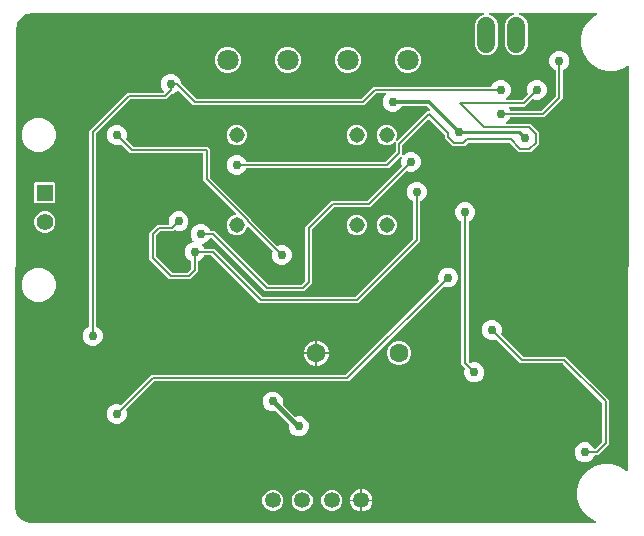
<source format=gbr>
G04 EAGLE Gerber RS-274X export*
G75*
%MOMM*%
%FSLAX34Y34*%
%LPD*%
%INBottom Copper*%
%IPPOS*%
%AMOC8*
5,1,8,0,0,1.08239X$1,22.5*%
G01*
G04 Define Apertures*
%ADD10C,1.800000*%
%ADD11C,1.600000*%
%ADD12C,1.348000*%
%ADD13C,1.308000*%
%ADD14C,1.524000*%
%ADD15R,1.408000X1.408000*%
%ADD16C,1.408000*%
%ADD17C,0.756400*%
%ADD18C,0.152400*%
%ADD19C,0.304800*%
%ADD20C,0.254000*%
%ADD21C,0.406400*%
%ADD22C,0.203200*%
G36*
X527526Y141289D02*
X527229Y141229D01*
X47952Y141478D01*
X47752Y141504D01*
X43290Y142719D01*
X43024Y142851D01*
X39283Y145746D01*
X39088Y145970D01*
X36739Y150076D01*
X36645Y150357D01*
X36073Y154834D01*
X36067Y154931D01*
X36068Y155547D01*
X36070Y155599D01*
X36192Y157366D01*
X36109Y157616D01*
X36069Y157858D01*
X36321Y556473D01*
X36322Y556480D01*
X36322Y558800D01*
X36337Y558949D01*
X37381Y564198D01*
X37494Y564472D01*
X40468Y568922D01*
X40678Y569132D01*
X45128Y572106D01*
X45402Y572219D01*
X50651Y573263D01*
X50800Y573278D01*
X432163Y573278D01*
X432421Y573233D01*
X432680Y573076D01*
X432858Y572830D01*
X432925Y572534D01*
X432872Y572236D01*
X432706Y571982D01*
X432455Y571812D01*
X429381Y570539D01*
X426665Y567823D01*
X425196Y564276D01*
X425196Y545196D01*
X426665Y541649D01*
X429381Y538933D01*
X432928Y537464D01*
X436768Y537464D01*
X440315Y538933D01*
X443031Y541649D01*
X444500Y545196D01*
X444500Y564276D01*
X443031Y567823D01*
X440315Y570539D01*
X437241Y571812D01*
X437020Y571952D01*
X436841Y572197D01*
X436771Y572492D01*
X436822Y572791D01*
X436985Y573046D01*
X437235Y573218D01*
X437533Y573278D01*
X457563Y573278D01*
X457821Y573233D01*
X458080Y573076D01*
X458258Y572830D01*
X458325Y572534D01*
X458272Y572236D01*
X458106Y571982D01*
X457855Y571812D01*
X454781Y570539D01*
X452065Y567823D01*
X450596Y564276D01*
X450596Y545196D01*
X452065Y541649D01*
X454781Y538933D01*
X458328Y537464D01*
X462168Y537464D01*
X465715Y538933D01*
X468431Y541649D01*
X469900Y545196D01*
X469900Y564276D01*
X468431Y567823D01*
X465715Y570539D01*
X462641Y571812D01*
X462420Y571952D01*
X462241Y572197D01*
X462171Y572492D01*
X462222Y572791D01*
X462385Y573046D01*
X462635Y573218D01*
X462933Y573278D01*
X528195Y573278D01*
X528357Y573261D01*
X528634Y573139D01*
X528842Y572918D01*
X528948Y572634D01*
X528934Y572331D01*
X528803Y572057D01*
X528576Y571856D01*
X524913Y569741D01*
X520229Y565057D01*
X516916Y559320D01*
X515202Y552921D01*
X515202Y546296D01*
X516916Y539897D01*
X520229Y534160D01*
X524913Y529475D01*
X530650Y526163D01*
X537049Y524448D01*
X543674Y524448D01*
X550073Y526163D01*
X554297Y528601D01*
X554655Y528703D01*
X554954Y528652D01*
X555209Y528488D01*
X555380Y528237D01*
X555440Y527940D01*
X554792Y185795D01*
X554746Y185533D01*
X554586Y185275D01*
X554339Y185099D01*
X554043Y185034D01*
X553744Y185090D01*
X553492Y185257D01*
X552391Y186358D01*
X546653Y189671D01*
X540254Y191385D01*
X533630Y191385D01*
X527231Y189671D01*
X521493Y186358D01*
X516809Y181674D01*
X513497Y175937D01*
X511782Y169538D01*
X511782Y162913D01*
X513497Y156514D01*
X516809Y150777D01*
X521493Y146092D01*
X527231Y142780D01*
X527426Y142727D01*
X527742Y142555D01*
X527921Y142310D01*
X527991Y142015D01*
X527940Y141716D01*
X527776Y141461D01*
X527526Y141289D01*
G37*
%LPC*%
G36*
X315306Y522368D02*
X319694Y522368D01*
X323749Y524048D01*
X326852Y527151D01*
X328532Y531206D01*
X328532Y535594D01*
X326852Y539649D01*
X323749Y542752D01*
X319694Y544432D01*
X315306Y544432D01*
X311251Y542752D01*
X308148Y539649D01*
X306468Y535594D01*
X306468Y531206D01*
X308148Y527151D01*
X311251Y524048D01*
X315306Y522368D01*
G37*
G36*
X213706Y522368D02*
X218094Y522368D01*
X222149Y524048D01*
X225252Y527151D01*
X226932Y531206D01*
X226932Y535594D01*
X225252Y539649D01*
X222149Y542752D01*
X218094Y544432D01*
X213706Y544432D01*
X209651Y542752D01*
X206548Y539649D01*
X204868Y535594D01*
X204868Y531206D01*
X206548Y527151D01*
X209651Y524048D01*
X213706Y522368D01*
G37*
G36*
X264506Y522368D02*
X268894Y522368D01*
X272949Y524048D01*
X276052Y527151D01*
X277732Y531206D01*
X277732Y535594D01*
X276052Y539649D01*
X272949Y542752D01*
X268894Y544432D01*
X264506Y544432D01*
X260451Y542752D01*
X257348Y539649D01*
X255668Y535594D01*
X255668Y531206D01*
X257348Y527151D01*
X260451Y524048D01*
X264506Y522368D01*
G37*
G36*
X366106Y522368D02*
X370494Y522368D01*
X374549Y524048D01*
X377652Y527151D01*
X379332Y531206D01*
X379332Y535594D01*
X377652Y539649D01*
X374549Y542752D01*
X370494Y544432D01*
X366106Y544432D01*
X362051Y542752D01*
X358948Y539649D01*
X357268Y535594D01*
X357268Y531206D01*
X358948Y527151D01*
X362051Y524048D01*
X366106Y522368D01*
G37*
G36*
X99938Y291366D02*
X103262Y291366D01*
X106332Y292638D01*
X108682Y294988D01*
X109954Y298058D01*
X109954Y301382D01*
X108682Y304452D01*
X106332Y306802D01*
X104864Y307410D01*
X104626Y307567D01*
X104454Y307817D01*
X104394Y308114D01*
X104394Y470967D01*
X104450Y471253D01*
X104617Y471506D01*
X133014Y499903D01*
X133256Y500066D01*
X133553Y500126D01*
X163717Y500126D01*
X168094Y504503D01*
X168336Y504666D01*
X168633Y504726D01*
X169302Y504726D01*
X172372Y505998D01*
X173573Y507198D01*
X173803Y507356D01*
X174099Y507421D01*
X174398Y507366D01*
X174650Y507198D01*
X186803Y495046D01*
X331357Y495046D01*
X341294Y504983D01*
X341536Y505146D01*
X341833Y505206D01*
X349312Y505206D01*
X349575Y505159D01*
X349833Y505000D01*
X350009Y504752D01*
X350074Y504456D01*
X350018Y504158D01*
X349851Y503905D01*
X348518Y502572D01*
X347246Y499502D01*
X347246Y496178D01*
X348518Y493108D01*
X350868Y490758D01*
X353938Y489486D01*
X357262Y489486D01*
X360332Y490758D01*
X362682Y493108D01*
X362975Y493814D01*
X363131Y494052D01*
X363381Y494224D01*
X363679Y494284D01*
X384291Y494284D01*
X384577Y494228D01*
X384830Y494061D01*
X387020Y491871D01*
X387173Y491651D01*
X387243Y491356D01*
X387192Y491057D01*
X387029Y490802D01*
X386779Y490630D01*
X386481Y490570D01*
X384883Y490570D01*
X359386Y465073D01*
X359172Y464922D01*
X358877Y464850D01*
X358578Y464899D01*
X358321Y465060D01*
X358148Y465309D01*
X358085Y465606D01*
X358143Y465903D01*
X359092Y468195D01*
X359092Y471605D01*
X357787Y474756D01*
X355376Y477167D01*
X352225Y478472D01*
X348815Y478472D01*
X345664Y477167D01*
X343253Y474756D01*
X341948Y471605D01*
X341948Y468195D01*
X343253Y465044D01*
X345664Y462633D01*
X348815Y461328D01*
X352225Y461328D01*
X355376Y462633D01*
X356775Y464033D01*
X356995Y464186D01*
X357290Y464255D01*
X357589Y464205D01*
X357844Y464041D01*
X358016Y463791D01*
X358076Y463494D01*
X358076Y455823D01*
X358020Y455537D01*
X357853Y455284D01*
X350086Y447517D01*
X349845Y447354D01*
X349547Y447294D01*
X231914Y447294D01*
X231634Y447347D01*
X231380Y447513D01*
X231210Y447764D01*
X230602Y449232D01*
X228252Y451582D01*
X225182Y452854D01*
X221858Y452854D01*
X218788Y451582D01*
X216438Y449232D01*
X215166Y446162D01*
X215166Y442838D01*
X216438Y439768D01*
X218788Y437418D01*
X221858Y436146D01*
X225182Y436146D01*
X228252Y437418D01*
X230602Y439768D01*
X231210Y441236D01*
X231367Y441474D01*
X231617Y441646D01*
X231914Y441706D01*
X352178Y441706D01*
X362120Y451648D01*
X362334Y451798D01*
X362628Y451871D01*
X362927Y451822D01*
X363184Y451661D01*
X363358Y451412D01*
X363420Y451115D01*
X363362Y450818D01*
X362486Y448702D01*
X362486Y445378D01*
X363094Y443911D01*
X363152Y443631D01*
X363096Y443333D01*
X362929Y443080D01*
X334346Y414497D01*
X334104Y414334D01*
X333807Y414274D01*
X303643Y414274D01*
X281686Y392317D01*
X281686Y346913D01*
X281630Y346627D01*
X281463Y346374D01*
X278466Y343377D01*
X278224Y343214D01*
X277927Y343154D01*
X250393Y343154D01*
X250107Y343210D01*
X249854Y343377D01*
X204357Y388874D01*
X201434Y388874D01*
X201154Y388927D01*
X200900Y389093D01*
X200730Y389344D01*
X200122Y390812D01*
X197772Y393162D01*
X194702Y394434D01*
X191378Y394434D01*
X188308Y393162D01*
X185958Y390812D01*
X184686Y387742D01*
X184686Y384418D01*
X185958Y381348D01*
X186811Y380495D01*
X186964Y380275D01*
X187034Y379980D01*
X186983Y379681D01*
X186819Y379426D01*
X186569Y379254D01*
X186324Y379204D01*
X183228Y377922D01*
X180878Y375572D01*
X179606Y372502D01*
X179606Y369178D01*
X180878Y366108D01*
X183228Y363758D01*
X184696Y363150D01*
X184934Y362993D01*
X185106Y362743D01*
X185166Y362446D01*
X185166Y357073D01*
X185110Y356787D01*
X184943Y356534D01*
X181946Y353537D01*
X181704Y353374D01*
X181407Y353314D01*
X169113Y353314D01*
X168827Y353370D01*
X168574Y353537D01*
X155417Y366694D01*
X155254Y366936D01*
X155194Y367233D01*
X155194Y384607D01*
X155250Y384893D01*
X155417Y385146D01*
X158414Y388143D01*
X158656Y388306D01*
X158953Y388366D01*
X169559Y388366D01*
X170284Y389091D01*
X170520Y389251D01*
X170817Y389314D01*
X171115Y389256D01*
X172582Y388648D01*
X175906Y388648D01*
X178976Y389920D01*
X181326Y392270D01*
X182598Y395340D01*
X182598Y398664D01*
X181326Y401734D01*
X178976Y404084D01*
X175906Y405356D01*
X172582Y405356D01*
X169512Y404084D01*
X167162Y401734D01*
X165890Y398664D01*
X165890Y395340D01*
X166028Y395008D01*
X166085Y394740D01*
X166035Y394441D01*
X165871Y394186D01*
X165621Y394014D01*
X165324Y393954D01*
X156323Y393954D01*
X149606Y387237D01*
X149606Y364603D01*
X166483Y347726D01*
X184037Y347726D01*
X190754Y354443D01*
X190754Y362446D01*
X190807Y362726D01*
X190973Y362980D01*
X191224Y363150D01*
X192692Y363758D01*
X195042Y366108D01*
X195650Y367576D01*
X195807Y367814D01*
X196057Y367986D01*
X196354Y368046D01*
X201727Y368046D01*
X202013Y367990D01*
X202266Y367823D01*
X242683Y327406D01*
X326277Y327406D01*
X378714Y379843D01*
X378714Y413246D01*
X378767Y413526D01*
X378933Y413780D01*
X379184Y413950D01*
X380652Y414558D01*
X383002Y416908D01*
X384274Y419978D01*
X384274Y423302D01*
X383002Y426372D01*
X380652Y428722D01*
X377582Y429994D01*
X374258Y429994D01*
X371188Y428722D01*
X368838Y426372D01*
X367566Y423302D01*
X367566Y419978D01*
X368838Y416908D01*
X371188Y414558D01*
X372656Y413950D01*
X372894Y413793D01*
X373066Y413543D01*
X373126Y413246D01*
X373126Y382473D01*
X373070Y382187D01*
X372903Y381934D01*
X324186Y333217D01*
X323944Y333054D01*
X323647Y332994D01*
X245313Y332994D01*
X245027Y333050D01*
X244774Y333217D01*
X204357Y373634D01*
X196354Y373634D01*
X196074Y373687D01*
X195820Y373853D01*
X195650Y374104D01*
X195042Y375572D01*
X194189Y376425D01*
X194036Y376645D01*
X193966Y376940D01*
X194017Y377239D01*
X194181Y377494D01*
X194431Y377666D01*
X194676Y377716D01*
X197772Y378998D01*
X200122Y381348D01*
X200730Y382816D01*
X200887Y383054D01*
X201137Y383226D01*
X201434Y383286D01*
X201727Y383286D01*
X202013Y383230D01*
X202266Y383063D01*
X247763Y337566D01*
X280557Y337566D01*
X287274Y344283D01*
X287274Y389687D01*
X287330Y389973D01*
X287497Y390226D01*
X305734Y408463D01*
X305976Y408626D01*
X306273Y408686D01*
X336437Y408686D01*
X366880Y439129D01*
X367116Y439289D01*
X367413Y439352D01*
X367711Y439294D01*
X369178Y438686D01*
X372502Y438686D01*
X375572Y439958D01*
X377922Y442308D01*
X379194Y445378D01*
X379194Y448702D01*
X377922Y451772D01*
X375572Y454122D01*
X372502Y455394D01*
X369178Y455394D01*
X366108Y454122D01*
X364965Y452979D01*
X364745Y452826D01*
X364450Y452756D01*
X364151Y452807D01*
X363896Y452971D01*
X363724Y453221D01*
X363664Y453518D01*
X363664Y461133D01*
X363720Y461419D01*
X363887Y461672D01*
X385501Y483286D01*
X385732Y483444D01*
X386028Y483509D01*
X386326Y483453D01*
X386579Y483286D01*
X399347Y470518D01*
X399510Y470276D01*
X399570Y469979D01*
X399570Y467507D01*
X406547Y460530D01*
X416413Y460530D01*
X419182Y463299D01*
X419424Y463462D01*
X419721Y463522D01*
X454039Y463522D01*
X454325Y463466D01*
X454578Y463299D01*
X462427Y455450D01*
X472293Y455450D01*
X479270Y462427D01*
X479270Y472293D01*
X472265Y479298D01*
X452312Y479298D01*
X452049Y479345D01*
X451791Y479504D01*
X451615Y479752D01*
X451550Y480048D01*
X451606Y480346D01*
X451773Y480599D01*
X454122Y482948D01*
X454730Y484416D01*
X454887Y484654D01*
X455137Y484826D01*
X455434Y484886D01*
X483757Y484886D01*
X499364Y500493D01*
X499364Y524244D01*
X499417Y524524D01*
X499583Y524778D01*
X499834Y524948D01*
X501302Y525556D01*
X503652Y527906D01*
X504924Y530976D01*
X504924Y534300D01*
X503652Y537370D01*
X501302Y539720D01*
X498232Y540992D01*
X494908Y540992D01*
X491838Y539720D01*
X489488Y537370D01*
X488216Y534300D01*
X488216Y530976D01*
X489488Y527906D01*
X491838Y525556D01*
X493306Y524948D01*
X493544Y524791D01*
X493716Y524541D01*
X493776Y524244D01*
X493776Y503123D01*
X493720Y502837D01*
X493553Y502584D01*
X481666Y490697D01*
X481424Y490534D01*
X481127Y490474D01*
X455434Y490474D01*
X455154Y490527D01*
X454900Y490693D01*
X454730Y490944D01*
X454122Y492412D01*
X453833Y492701D01*
X453680Y492921D01*
X453610Y493216D01*
X453661Y493515D01*
X453825Y493770D01*
X454075Y493942D01*
X454372Y494002D01*
X467473Y494002D01*
X473560Y500089D01*
X473796Y500249D01*
X474093Y500312D01*
X474391Y500254D01*
X475858Y499646D01*
X479182Y499646D01*
X482252Y500918D01*
X484602Y503268D01*
X485874Y506338D01*
X485874Y509662D01*
X484602Y512732D01*
X482252Y515082D01*
X479182Y516354D01*
X475858Y516354D01*
X472788Y515082D01*
X470438Y512732D01*
X469166Y509662D01*
X469166Y506338D01*
X469774Y504871D01*
X469832Y504591D01*
X469776Y504293D01*
X469609Y504040D01*
X465382Y499813D01*
X465140Y499650D01*
X464843Y499590D01*
X452284Y499590D01*
X452021Y499637D01*
X451763Y499796D01*
X451587Y500044D01*
X451522Y500340D01*
X451578Y500638D01*
X451745Y500891D01*
X454122Y503268D01*
X455394Y506338D01*
X455394Y509662D01*
X454122Y512732D01*
X451772Y515082D01*
X448702Y516354D01*
X445378Y516354D01*
X442308Y515082D01*
X439958Y512732D01*
X439350Y511264D01*
X439193Y511026D01*
X438943Y510854D01*
X438646Y510794D01*
X339203Y510794D01*
X329266Y500857D01*
X329024Y500694D01*
X328727Y500634D01*
X189433Y500634D01*
X189147Y500690D01*
X188894Y500857D01*
X176217Y513534D01*
X176054Y513776D01*
X175994Y514073D01*
X175994Y514742D01*
X174722Y517812D01*
X172372Y520162D01*
X169302Y521434D01*
X165978Y521434D01*
X162908Y520162D01*
X160558Y517812D01*
X159286Y514742D01*
X159286Y511418D01*
X160558Y508348D01*
X161758Y507147D01*
X161916Y506917D01*
X161981Y506621D01*
X161926Y506323D01*
X161758Y506070D01*
X161626Y505937D01*
X161384Y505774D01*
X161087Y505714D01*
X130923Y505714D01*
X98806Y473597D01*
X98806Y308114D01*
X98753Y307834D01*
X98587Y307580D01*
X98336Y307410D01*
X96868Y306802D01*
X94518Y304452D01*
X93246Y301382D01*
X93246Y298058D01*
X94518Y294988D01*
X96868Y292638D01*
X99938Y291366D01*
G37*
G36*
X53014Y455490D02*
X58746Y455490D01*
X64043Y457684D01*
X68096Y461737D01*
X70290Y467034D01*
X70290Y472766D01*
X68096Y478063D01*
X64043Y482116D01*
X58746Y484310D01*
X53014Y484310D01*
X47717Y482116D01*
X43664Y478063D01*
X41470Y472766D01*
X41470Y467034D01*
X43664Y461737D01*
X47717Y457684D01*
X53014Y455490D01*
G37*
G36*
X221815Y461328D02*
X225225Y461328D01*
X228376Y462633D01*
X230787Y465044D01*
X232092Y468195D01*
X232092Y471605D01*
X230787Y474756D01*
X228376Y477167D01*
X225225Y478472D01*
X221815Y478472D01*
X218664Y477167D01*
X216253Y474756D01*
X214948Y471605D01*
X214948Y468195D01*
X216253Y465044D01*
X218664Y462633D01*
X221815Y461328D01*
G37*
G36*
X323415Y461328D02*
X326825Y461328D01*
X329976Y462633D01*
X332387Y465044D01*
X333692Y468195D01*
X333692Y471605D01*
X332387Y474756D01*
X329976Y477167D01*
X326825Y478472D01*
X323415Y478472D01*
X320264Y477167D01*
X317853Y474756D01*
X316548Y471605D01*
X316548Y468195D01*
X317853Y465044D01*
X320264Y462633D01*
X323415Y461328D01*
G37*
G36*
X259958Y359946D02*
X263282Y359946D01*
X266352Y361218D01*
X268702Y363568D01*
X269974Y366638D01*
X269974Y369962D01*
X268702Y373032D01*
X266352Y375382D01*
X263282Y376654D01*
X259958Y376654D01*
X258491Y376046D01*
X258211Y375988D01*
X257913Y376044D01*
X257660Y376211D01*
X235871Y398000D01*
X235708Y398242D01*
X235648Y398539D01*
X235648Y398724D01*
X201137Y433234D01*
X200974Y433476D01*
X200914Y433773D01*
X200914Y458357D01*
X199277Y459994D01*
X136093Y459994D01*
X135807Y460050D01*
X135554Y460217D01*
X129831Y465940D01*
X129671Y466176D01*
X129608Y466473D01*
X129666Y466771D01*
X130274Y468238D01*
X130274Y471562D01*
X129002Y474632D01*
X126652Y476982D01*
X123582Y478254D01*
X120258Y478254D01*
X117188Y476982D01*
X114838Y474632D01*
X113566Y471562D01*
X113566Y468238D01*
X114838Y465168D01*
X117188Y462818D01*
X120258Y461546D01*
X123582Y461546D01*
X125050Y462154D01*
X125329Y462212D01*
X125627Y462156D01*
X125880Y461989D01*
X133463Y454406D01*
X194564Y454406D01*
X194839Y454355D01*
X195094Y454191D01*
X195266Y453941D01*
X195326Y453644D01*
X195326Y431143D01*
X222896Y403573D01*
X223049Y403353D01*
X223119Y403058D01*
X223068Y402759D01*
X222905Y402504D01*
X222655Y402332D01*
X222357Y402272D01*
X221815Y402272D01*
X218664Y400967D01*
X216253Y398556D01*
X214948Y395405D01*
X214948Y391995D01*
X216253Y388844D01*
X218664Y386433D01*
X221815Y385128D01*
X225225Y385128D01*
X228376Y386433D01*
X230787Y388844D01*
X232092Y391995D01*
X232092Y392037D01*
X232139Y392300D01*
X232298Y392558D01*
X232546Y392734D01*
X232842Y392799D01*
X233140Y392743D01*
X233393Y392576D01*
X253709Y372260D01*
X253869Y372024D01*
X253932Y371727D01*
X253874Y371430D01*
X253266Y369962D01*
X253266Y366638D01*
X254538Y363568D01*
X256888Y361218D01*
X259958Y359946D01*
G37*
G36*
X53078Y412160D02*
X68842Y412160D01*
X70032Y413350D01*
X70032Y429114D01*
X68842Y430304D01*
X53078Y430304D01*
X51888Y429114D01*
X51888Y413350D01*
X53078Y412160D01*
G37*
G36*
X423026Y260632D02*
X426350Y260632D01*
X429420Y261904D01*
X431770Y264254D01*
X433042Y267324D01*
X433042Y270648D01*
X431770Y273718D01*
X429420Y276068D01*
X426350Y277340D01*
X423026Y277340D01*
X421813Y276837D01*
X421533Y276779D01*
X421235Y276835D01*
X420982Y277002D01*
X420028Y277956D01*
X419865Y278198D01*
X419805Y278495D01*
X419805Y396214D01*
X419858Y396494D01*
X420024Y396749D01*
X420275Y396918D01*
X421489Y397421D01*
X423839Y399771D01*
X425111Y402841D01*
X425111Y406165D01*
X423839Y409235D01*
X421489Y411585D01*
X418419Y412857D01*
X415095Y412857D01*
X412025Y411585D01*
X409675Y409235D01*
X408403Y406165D01*
X408403Y402841D01*
X409675Y399771D01*
X412025Y397421D01*
X413239Y396918D01*
X413477Y396761D01*
X413649Y396511D01*
X413709Y396214D01*
X413709Y275654D01*
X416672Y272692D01*
X416832Y272456D01*
X416895Y272159D01*
X416837Y271862D01*
X416334Y270648D01*
X416334Y267324D01*
X417606Y264254D01*
X419956Y261904D01*
X423026Y260632D01*
G37*
G36*
X59155Y387160D02*
X62765Y387160D01*
X66099Y388541D01*
X68651Y391093D01*
X70032Y394427D01*
X70032Y398037D01*
X68651Y401371D01*
X66099Y403923D01*
X62765Y405304D01*
X59155Y405304D01*
X55821Y403923D01*
X53269Y401371D01*
X51888Y398037D01*
X51888Y394427D01*
X53269Y391093D01*
X55821Y388541D01*
X59155Y387160D01*
G37*
G36*
X348815Y385128D02*
X352225Y385128D01*
X355376Y386433D01*
X357787Y388844D01*
X359092Y391995D01*
X359092Y395405D01*
X357787Y398556D01*
X355376Y400967D01*
X352225Y402272D01*
X348815Y402272D01*
X345664Y400967D01*
X343253Y398556D01*
X341948Y395405D01*
X341948Y391995D01*
X343253Y388844D01*
X345664Y386433D01*
X348815Y385128D01*
G37*
G36*
X323415Y385128D02*
X326825Y385128D01*
X329976Y386433D01*
X332387Y388844D01*
X333692Y391995D01*
X333692Y395405D01*
X332387Y398556D01*
X329976Y400967D01*
X326825Y402272D01*
X323415Y402272D01*
X320264Y400967D01*
X317853Y398556D01*
X316548Y395405D01*
X316548Y391995D01*
X317853Y388844D01*
X320264Y386433D01*
X323415Y385128D01*
G37*
G36*
X120258Y225326D02*
X123582Y225326D01*
X126652Y226598D01*
X129002Y228948D01*
X130274Y232018D01*
X130274Y235342D01*
X129666Y236810D01*
X129608Y237089D01*
X129664Y237387D01*
X129831Y237640D01*
X153334Y261143D01*
X153576Y261306D01*
X153873Y261366D01*
X318360Y261366D01*
X398354Y341360D01*
X398591Y341521D01*
X398887Y341584D01*
X399185Y341526D01*
X400653Y340918D01*
X403976Y340918D01*
X407047Y342189D01*
X409397Y344539D01*
X410668Y347610D01*
X410668Y350933D01*
X409397Y354004D01*
X407047Y356354D01*
X403976Y357626D01*
X400653Y357626D01*
X397582Y356354D01*
X395232Y354004D01*
X393960Y350933D01*
X393960Y347610D01*
X394568Y346142D01*
X394626Y345863D01*
X394571Y345565D01*
X394403Y345312D01*
X316269Y267177D01*
X316027Y267014D01*
X315730Y266954D01*
X151243Y266954D01*
X125880Y241591D01*
X125644Y241431D01*
X125347Y241368D01*
X125050Y241426D01*
X123582Y242034D01*
X120258Y242034D01*
X117188Y240762D01*
X114838Y238412D01*
X113566Y235342D01*
X113566Y232018D01*
X114838Y228948D01*
X117188Y226598D01*
X120258Y225326D01*
G37*
G36*
X53014Y328490D02*
X58746Y328490D01*
X64043Y330684D01*
X68096Y334737D01*
X70290Y340034D01*
X70290Y345766D01*
X68096Y351063D01*
X64043Y355116D01*
X58746Y357310D01*
X53014Y357310D01*
X47717Y355116D01*
X43664Y351063D01*
X41470Y345766D01*
X41470Y340034D01*
X43664Y334737D01*
X47717Y330684D01*
X53014Y328490D01*
G37*
G36*
X516498Y193068D02*
X519822Y193068D01*
X522892Y194340D01*
X525242Y196690D01*
X525850Y198158D01*
X526007Y198396D01*
X526257Y198568D01*
X526554Y198628D01*
X529477Y198628D01*
X538734Y207885D01*
X538734Y245505D01*
X502045Y282194D01*
X466293Y282194D01*
X466007Y282250D01*
X465754Y282417D01*
X447331Y300840D01*
X447171Y301076D01*
X447108Y301373D01*
X447166Y301671D01*
X447774Y303138D01*
X447774Y306462D01*
X446502Y309532D01*
X444152Y311882D01*
X441082Y313154D01*
X437758Y313154D01*
X434688Y311882D01*
X432338Y309532D01*
X431066Y306462D01*
X431066Y303138D01*
X432338Y300068D01*
X434688Y297718D01*
X437758Y296446D01*
X441082Y296446D01*
X442550Y297054D01*
X442829Y297112D01*
X443127Y297056D01*
X443380Y296889D01*
X463663Y276606D01*
X499415Y276606D01*
X499701Y276550D01*
X499954Y276383D01*
X532923Y243414D01*
X533086Y243172D01*
X533146Y242875D01*
X533146Y210515D01*
X533090Y210229D01*
X532923Y209976D01*
X527386Y204439D01*
X527144Y204276D01*
X526847Y204216D01*
X526554Y204216D01*
X526274Y204269D01*
X526020Y204435D01*
X525850Y204686D01*
X525242Y206154D01*
X522892Y208504D01*
X519822Y209776D01*
X516498Y209776D01*
X513428Y208504D01*
X511078Y206154D01*
X509806Y203084D01*
X509806Y199760D01*
X511078Y196690D01*
X513428Y194340D01*
X516498Y193068D01*
G37*
G36*
X280342Y286004D02*
X290120Y286004D01*
X290120Y295782D01*
X288785Y295782D01*
X284912Y294177D01*
X281947Y291212D01*
X280342Y287339D01*
X280342Y286004D01*
G37*
G36*
X291644Y286004D02*
X301422Y286004D01*
X301422Y287339D01*
X299817Y291212D01*
X296852Y294177D01*
X292979Y295782D01*
X291644Y295782D01*
X291644Y286004D01*
G37*
G36*
X358887Y275210D02*
X362878Y275210D01*
X366565Y276737D01*
X369387Y279559D01*
X370914Y283247D01*
X370914Y287238D01*
X369387Y290925D01*
X366565Y293747D01*
X362878Y295274D01*
X358887Y295274D01*
X355199Y293747D01*
X352377Y290925D01*
X350850Y287238D01*
X350850Y283247D01*
X352377Y279559D01*
X355199Y276737D01*
X358887Y275210D01*
G37*
G36*
X291644Y274702D02*
X292979Y274702D01*
X296852Y276307D01*
X299817Y279272D01*
X301422Y283145D01*
X301422Y284480D01*
X291644Y284480D01*
X291644Y274702D01*
G37*
G36*
X288785Y274702D02*
X290120Y274702D01*
X290120Y284480D01*
X280342Y284480D01*
X280342Y283145D01*
X281947Y279272D01*
X284912Y276307D01*
X288785Y274702D01*
G37*
G36*
X274436Y214912D02*
X277760Y214912D01*
X280830Y216184D01*
X283180Y218534D01*
X284452Y221604D01*
X284452Y224928D01*
X283180Y227998D01*
X280830Y230348D01*
X277760Y231620D01*
X274436Y231620D01*
X273520Y231241D01*
X273241Y231183D01*
X272943Y231238D01*
X272690Y231406D01*
X262437Y241658D01*
X262277Y241894D01*
X262214Y242191D01*
X262272Y242488D01*
X262354Y242686D01*
X262354Y246010D01*
X261082Y249080D01*
X258732Y251430D01*
X255662Y252702D01*
X252338Y252702D01*
X249268Y251430D01*
X246918Y249080D01*
X245646Y246010D01*
X245646Y242686D01*
X246918Y239616D01*
X249268Y237266D01*
X252338Y235994D01*
X255662Y235994D01*
X255860Y236076D01*
X256139Y236134D01*
X256437Y236078D01*
X256690Y235911D01*
X267521Y225080D01*
X267684Y224838D01*
X267744Y224541D01*
X267744Y221604D01*
X269016Y218534D01*
X271366Y216184D01*
X274436Y214912D01*
G37*
G36*
X319720Y161290D02*
X328238Y161290D01*
X328238Y169808D01*
X327154Y169808D01*
X323743Y168395D01*
X321133Y165785D01*
X319720Y162374D01*
X319720Y161290D01*
G37*
G36*
X329762Y161290D02*
X338280Y161290D01*
X338280Y162374D01*
X336867Y165785D01*
X334257Y168395D01*
X330846Y169808D01*
X329762Y169808D01*
X329762Y161290D01*
G37*
G36*
X302255Y151756D02*
X305745Y151756D01*
X308969Y153091D01*
X311437Y155559D01*
X312772Y158783D01*
X312772Y162273D01*
X311437Y165497D01*
X308969Y167965D01*
X305745Y169300D01*
X302255Y169300D01*
X299031Y167965D01*
X296563Y165497D01*
X295228Y162273D01*
X295228Y158783D01*
X296563Y155559D01*
X299031Y153091D01*
X302255Y151756D01*
G37*
G36*
X277255Y151756D02*
X280745Y151756D01*
X283969Y153091D01*
X286437Y155559D01*
X287772Y158783D01*
X287772Y162273D01*
X286437Y165497D01*
X283969Y167965D01*
X280745Y169300D01*
X277255Y169300D01*
X274031Y167965D01*
X271563Y165497D01*
X270228Y162273D01*
X270228Y158783D01*
X271563Y155559D01*
X274031Y153091D01*
X277255Y151756D01*
G37*
G36*
X252255Y151756D02*
X255745Y151756D01*
X258969Y153091D01*
X261437Y155559D01*
X262772Y158783D01*
X262772Y162273D01*
X261437Y165497D01*
X258969Y167965D01*
X255745Y169300D01*
X252255Y169300D01*
X249031Y167965D01*
X246563Y165497D01*
X245228Y162273D01*
X245228Y158783D01*
X246563Y155559D01*
X249031Y153091D01*
X252255Y151756D01*
G37*
G36*
X329762Y151248D02*
X330846Y151248D01*
X334257Y152661D01*
X336867Y155271D01*
X338280Y158682D01*
X338280Y159766D01*
X329762Y159766D01*
X329762Y151248D01*
G37*
G36*
X327154Y151248D02*
X328238Y151248D01*
X328238Y159766D01*
X319720Y159766D01*
X319720Y158682D01*
X321133Y155271D01*
X323743Y152661D01*
X327154Y151248D01*
G37*
%LPD*%
D10*
X368300Y533400D03*
X317500Y533400D03*
X266700Y533400D03*
X215900Y533400D03*
D11*
X290882Y285242D03*
X360882Y285242D03*
D12*
X254000Y160528D03*
X279000Y160528D03*
X304000Y160528D03*
X329000Y160528D03*
D13*
X223520Y393700D03*
X325120Y393700D03*
X350520Y393700D03*
X350520Y469900D03*
X325120Y469900D03*
X223520Y469900D03*
D14*
X434848Y547116D02*
X434848Y562356D01*
X460248Y562356D02*
X460248Y547116D01*
D15*
X60960Y421232D03*
D16*
X60960Y396232D03*
D17*
X223520Y444500D03*
X477520Y508000D03*
D18*
X351020Y444500D02*
X223520Y444500D01*
X360870Y462606D02*
X386040Y487776D01*
X360870Y454350D02*
X351020Y444500D01*
X360870Y454350D02*
X360870Y462606D01*
X402364Y468664D02*
X407704Y463324D01*
X415256Y463324D01*
X402364Y468664D02*
X402364Y471452D01*
X386040Y487776D01*
X466316Y496796D02*
X477520Y508000D01*
X466316Y496796D02*
X412728Y496796D01*
X463584Y458244D02*
X471136Y458244D01*
X476476Y463584D01*
X476476Y471136D01*
X418248Y466316D02*
X415256Y463324D01*
X418248Y466316D02*
X455512Y466316D01*
X463584Y458244D01*
X433020Y476504D02*
X412728Y496796D01*
X471108Y476504D02*
X476476Y471136D01*
X471108Y476504D02*
X433020Y476504D01*
D17*
X426720Y457200D03*
X426720Y450216D03*
X83820Y559336D03*
X121019Y393700D03*
X198120Y342900D03*
X109220Y215900D03*
X172720Y436880D03*
X182880Y441960D03*
X238760Y365760D03*
X161659Y378460D03*
X510540Y244602D03*
X417158Y186182D03*
X419100Y173482D03*
X355600Y497840D03*
D19*
X386080Y497840D01*
X411480Y472440D01*
D17*
X411480Y472440D03*
D20*
X462280Y472440D01*
X467360Y467360D01*
D17*
X467360Y467360D03*
X254000Y244348D03*
D21*
X275082Y223266D01*
X276098Y223266D01*
D17*
X276098Y223266D03*
D18*
X152400Y264160D02*
X121920Y233680D01*
D17*
X121920Y233680D03*
X402314Y349272D03*
D18*
X317203Y264160D01*
X152400Y264160D01*
D17*
X101600Y299720D03*
D18*
X101600Y472440D01*
X132080Y502920D01*
X162560Y502920D01*
X167640Y508000D01*
X167640Y513080D01*
D17*
X167640Y513080D03*
D18*
X172720Y513080D01*
X187960Y497840D01*
X330200Y497840D01*
X340360Y508000D01*
X447040Y508000D01*
D17*
X447040Y508000D03*
X261620Y368300D03*
D18*
X232854Y397066D01*
X232854Y397566D01*
X198120Y432300D02*
X198120Y457200D01*
X198120Y432300D02*
X232854Y397566D01*
X198120Y457200D02*
X134620Y457200D01*
X121920Y469900D01*
D17*
X121920Y469900D03*
X424688Y268986D03*
X416757Y404503D03*
D22*
X416757Y276917D01*
X424688Y268986D01*
D17*
X187960Y370840D03*
X375920Y421640D03*
D18*
X375920Y381000D01*
X325120Y330200D01*
X243840Y330200D01*
X203200Y370840D01*
X187960Y370840D01*
D17*
X174244Y397002D03*
D18*
X168402Y391160D01*
X157480Y391160D01*
X152400Y386080D01*
X152400Y365760D01*
X167640Y350520D01*
X182880Y350520D01*
X187960Y355600D01*
X187960Y370840D01*
D17*
X439420Y304800D03*
D18*
X464820Y279400D01*
X500888Y279400D01*
X535940Y244348D01*
X535940Y209042D01*
X528320Y201422D01*
X518160Y201422D01*
D17*
X518160Y201422D03*
X193040Y386080D03*
X370840Y447040D03*
D18*
X335280Y411480D01*
X304800Y411480D01*
X284480Y391160D01*
X284480Y345440D01*
X279400Y340360D01*
X248920Y340360D01*
X203200Y386080D01*
X193040Y386080D01*
D17*
X496570Y532638D03*
D18*
X496570Y501650D01*
X482600Y487680D01*
X447040Y487680D01*
D17*
X447040Y487680D03*
M02*

</source>
